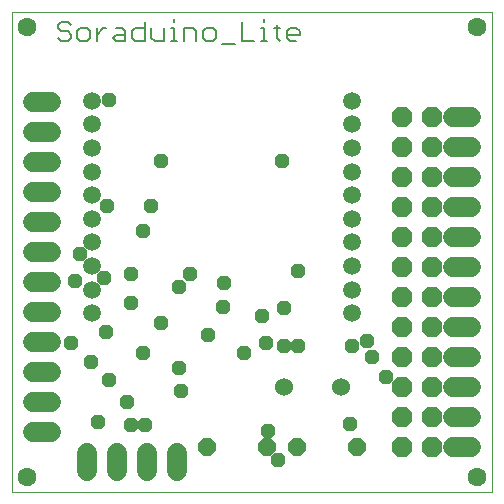
<source format=gbs>
G75*
G70*
%OFA0B0*%
%FSLAX24Y24*%
%IPPOS*%
%LPD*%
%AMOC8*
5,1,8,0,0,1.08239X$1,22.5*
%
%ADD10C,0.0000*%
%ADD11C,0.0631*%
%ADD12C,0.0060*%
%ADD13C,0.0600*%
%ADD14OC8,0.0600*%
%ADD15C,0.0595*%
%ADD16C,0.0680*%
%ADD17OC8,0.0680*%
%ADD18OC8,0.0480*%
D10*
X000417Y000150D02*
X000417Y016150D01*
X016417Y016150D01*
X016417Y000150D01*
X000417Y000150D01*
X000641Y000650D02*
X000643Y000683D01*
X000649Y000715D01*
X000658Y000746D01*
X000671Y000776D01*
X000688Y000804D01*
X000708Y000830D01*
X000731Y000854D01*
X000756Y000874D01*
X000784Y000892D01*
X000813Y000906D01*
X000844Y000916D01*
X000876Y000923D01*
X000909Y000926D01*
X000942Y000925D01*
X000974Y000920D01*
X001005Y000911D01*
X001036Y000899D01*
X001064Y000883D01*
X001091Y000864D01*
X001115Y000842D01*
X001136Y000817D01*
X001155Y000790D01*
X001170Y000761D01*
X001181Y000731D01*
X001189Y000699D01*
X001193Y000666D01*
X001193Y000634D01*
X001189Y000601D01*
X001181Y000569D01*
X001170Y000539D01*
X001155Y000510D01*
X001136Y000483D01*
X001115Y000458D01*
X001091Y000436D01*
X001064Y000417D01*
X001036Y000401D01*
X001005Y000389D01*
X000974Y000380D01*
X000942Y000375D01*
X000909Y000374D01*
X000876Y000377D01*
X000844Y000384D01*
X000813Y000394D01*
X000784Y000408D01*
X000756Y000426D01*
X000731Y000446D01*
X000708Y000470D01*
X000688Y000496D01*
X000671Y000524D01*
X000658Y000554D01*
X000649Y000585D01*
X000643Y000617D01*
X000641Y000650D01*
X015641Y000650D02*
X015643Y000683D01*
X015649Y000715D01*
X015658Y000746D01*
X015671Y000776D01*
X015688Y000804D01*
X015708Y000830D01*
X015731Y000854D01*
X015756Y000874D01*
X015784Y000892D01*
X015813Y000906D01*
X015844Y000916D01*
X015876Y000923D01*
X015909Y000926D01*
X015942Y000925D01*
X015974Y000920D01*
X016005Y000911D01*
X016036Y000899D01*
X016064Y000883D01*
X016091Y000864D01*
X016115Y000842D01*
X016136Y000817D01*
X016155Y000790D01*
X016170Y000761D01*
X016181Y000731D01*
X016189Y000699D01*
X016193Y000666D01*
X016193Y000634D01*
X016189Y000601D01*
X016181Y000569D01*
X016170Y000539D01*
X016155Y000510D01*
X016136Y000483D01*
X016115Y000458D01*
X016091Y000436D01*
X016064Y000417D01*
X016036Y000401D01*
X016005Y000389D01*
X015974Y000380D01*
X015942Y000375D01*
X015909Y000374D01*
X015876Y000377D01*
X015844Y000384D01*
X015813Y000394D01*
X015784Y000408D01*
X015756Y000426D01*
X015731Y000446D01*
X015708Y000470D01*
X015688Y000496D01*
X015671Y000524D01*
X015658Y000554D01*
X015649Y000585D01*
X015643Y000617D01*
X015641Y000650D01*
X015641Y015650D02*
X015643Y015683D01*
X015649Y015715D01*
X015658Y015746D01*
X015671Y015776D01*
X015688Y015804D01*
X015708Y015830D01*
X015731Y015854D01*
X015756Y015874D01*
X015784Y015892D01*
X015813Y015906D01*
X015844Y015916D01*
X015876Y015923D01*
X015909Y015926D01*
X015942Y015925D01*
X015974Y015920D01*
X016005Y015911D01*
X016036Y015899D01*
X016064Y015883D01*
X016091Y015864D01*
X016115Y015842D01*
X016136Y015817D01*
X016155Y015790D01*
X016170Y015761D01*
X016181Y015731D01*
X016189Y015699D01*
X016193Y015666D01*
X016193Y015634D01*
X016189Y015601D01*
X016181Y015569D01*
X016170Y015539D01*
X016155Y015510D01*
X016136Y015483D01*
X016115Y015458D01*
X016091Y015436D01*
X016064Y015417D01*
X016036Y015401D01*
X016005Y015389D01*
X015974Y015380D01*
X015942Y015375D01*
X015909Y015374D01*
X015876Y015377D01*
X015844Y015384D01*
X015813Y015394D01*
X015784Y015408D01*
X015756Y015426D01*
X015731Y015446D01*
X015708Y015470D01*
X015688Y015496D01*
X015671Y015524D01*
X015658Y015554D01*
X015649Y015585D01*
X015643Y015617D01*
X015641Y015650D01*
X000641Y015650D02*
X000643Y015683D01*
X000649Y015715D01*
X000658Y015746D01*
X000671Y015776D01*
X000688Y015804D01*
X000708Y015830D01*
X000731Y015854D01*
X000756Y015874D01*
X000784Y015892D01*
X000813Y015906D01*
X000844Y015916D01*
X000876Y015923D01*
X000909Y015926D01*
X000942Y015925D01*
X000974Y015920D01*
X001005Y015911D01*
X001036Y015899D01*
X001064Y015883D01*
X001091Y015864D01*
X001115Y015842D01*
X001136Y015817D01*
X001155Y015790D01*
X001170Y015761D01*
X001181Y015731D01*
X001189Y015699D01*
X001193Y015666D01*
X001193Y015634D01*
X001189Y015601D01*
X001181Y015569D01*
X001170Y015539D01*
X001155Y015510D01*
X001136Y015483D01*
X001115Y015458D01*
X001091Y015436D01*
X001064Y015417D01*
X001036Y015401D01*
X001005Y015389D01*
X000974Y015380D01*
X000942Y015375D01*
X000909Y015374D01*
X000876Y015377D01*
X000844Y015384D01*
X000813Y015394D01*
X000784Y015408D01*
X000756Y015426D01*
X000731Y015446D01*
X000708Y015470D01*
X000688Y015496D01*
X000671Y015524D01*
X000658Y015554D01*
X000649Y015585D01*
X000643Y015617D01*
X000641Y015650D01*
D11*
X000917Y015650D03*
X015917Y015650D03*
X015917Y000650D03*
X000917Y000650D03*
D12*
X007425Y015073D02*
X007852Y015073D01*
X008070Y015180D02*
X008497Y015180D01*
X008714Y015180D02*
X008928Y015180D01*
X008821Y015180D02*
X008821Y015607D01*
X008714Y015607D01*
X008821Y015821D02*
X008821Y015927D01*
X009144Y015607D02*
X009358Y015607D01*
X009251Y015714D02*
X009251Y015287D01*
X009358Y015180D01*
X009574Y015287D02*
X009574Y015500D01*
X009681Y015607D01*
X009894Y015607D01*
X010001Y015500D01*
X010001Y015394D01*
X009574Y015394D01*
X009574Y015287D02*
X009681Y015180D01*
X009894Y015180D01*
X008070Y015180D02*
X008070Y015821D01*
X007208Y015500D02*
X007208Y015287D01*
X007101Y015180D01*
X006888Y015180D01*
X006781Y015287D01*
X006781Y015500D01*
X006888Y015607D01*
X007101Y015607D01*
X007208Y015500D01*
X006563Y015500D02*
X006563Y015180D01*
X006563Y015500D02*
X006457Y015607D01*
X006136Y015607D01*
X006136Y015180D01*
X005920Y015180D02*
X005707Y015180D01*
X005813Y015180D02*
X005813Y015607D01*
X005707Y015607D01*
X005489Y015607D02*
X005489Y015180D01*
X005169Y015180D01*
X005062Y015287D01*
X005062Y015607D01*
X004844Y015607D02*
X004524Y015607D01*
X004417Y015500D01*
X004417Y015287D01*
X004524Y015180D01*
X004844Y015180D01*
X004844Y015821D01*
X004200Y015500D02*
X004200Y015180D01*
X003880Y015180D01*
X003773Y015287D01*
X003880Y015394D01*
X004200Y015394D01*
X004200Y015500D02*
X004093Y015607D01*
X003880Y015607D01*
X003556Y015607D02*
X003449Y015607D01*
X003236Y015394D01*
X003236Y015607D02*
X003236Y015180D01*
X003018Y015287D02*
X003018Y015500D01*
X002911Y015607D01*
X002698Y015607D01*
X002591Y015500D01*
X002591Y015287D01*
X002698Y015180D01*
X002911Y015180D01*
X003018Y015287D01*
X002374Y015287D02*
X002267Y015180D01*
X002053Y015180D01*
X001947Y015287D01*
X002053Y015500D02*
X001947Y015607D01*
X001947Y015714D01*
X002053Y015821D01*
X002267Y015821D01*
X002374Y015714D01*
X002267Y015500D02*
X002374Y015394D01*
X002374Y015287D01*
X002267Y015500D02*
X002053Y015500D01*
X005813Y015821D02*
X005813Y015927D01*
D13*
X009467Y003650D03*
X011367Y003650D03*
D14*
X011917Y001650D03*
X009917Y001650D03*
X008917Y001650D03*
X006917Y001650D03*
D15*
X003086Y006107D03*
X003086Y006894D03*
X003086Y007681D03*
X003086Y008469D03*
X003086Y009256D03*
X003086Y010044D03*
X003086Y010831D03*
X003086Y011619D03*
X003086Y012406D03*
X003086Y013193D03*
X011747Y013193D03*
X011747Y012406D03*
X011747Y011619D03*
X011747Y010831D03*
X011747Y010044D03*
X011747Y009256D03*
X011747Y008469D03*
X011747Y007681D03*
X011747Y006894D03*
X011747Y006107D03*
D16*
X015117Y005650D02*
X015717Y005650D01*
X015717Y004650D02*
X015117Y004650D01*
X015117Y003650D02*
X015717Y003650D01*
X015717Y002650D02*
X015117Y002650D01*
X015117Y001650D02*
X015717Y001650D01*
X015717Y006650D02*
X015117Y006650D01*
X015117Y007650D02*
X015717Y007650D01*
X015717Y008650D02*
X015117Y008650D01*
X015117Y009650D02*
X015717Y009650D01*
X015717Y010650D02*
X015117Y010650D01*
X015117Y011650D02*
X015717Y011650D01*
X015717Y012650D02*
X015117Y012650D01*
X005917Y001450D02*
X005917Y000850D01*
X004917Y000850D02*
X004917Y001450D01*
X003917Y001450D02*
X003917Y000850D01*
X002917Y000850D02*
X002917Y001450D01*
X001717Y002150D02*
X001117Y002150D01*
X001117Y003150D02*
X001717Y003150D01*
X001717Y004150D02*
X001117Y004150D01*
X001117Y005150D02*
X001717Y005150D01*
X001717Y006150D02*
X001117Y006150D01*
X001117Y007150D02*
X001717Y007150D01*
X001717Y008150D02*
X001117Y008150D01*
X001117Y009150D02*
X001717Y009150D01*
X001717Y010150D02*
X001117Y010150D01*
X001117Y011150D02*
X001717Y011150D01*
X001717Y012150D02*
X001117Y012150D01*
X001117Y013150D02*
X001717Y013150D01*
D17*
X013417Y012650D03*
X014417Y012650D03*
X014417Y011650D03*
X014417Y010650D03*
X014417Y009650D03*
X014417Y008650D03*
X013417Y008650D03*
X013417Y009650D03*
X013417Y010650D03*
X013417Y011650D03*
X013417Y007650D03*
X014417Y007650D03*
X014417Y006650D03*
X014417Y005650D03*
X014417Y004650D03*
X014417Y003650D03*
X014417Y002650D03*
X014417Y001650D03*
X013417Y001650D03*
X013417Y002650D03*
X013417Y003650D03*
X013417Y004650D03*
X013417Y005650D03*
X013417Y006650D03*
D18*
X012237Y005190D03*
X011757Y005010D03*
X012417Y004650D03*
X012897Y003990D03*
X011697Y002430D03*
X009297Y001230D03*
X008937Y002190D03*
X008157Y004770D03*
X008877Y005130D03*
X009477Y005010D03*
X009957Y005010D03*
X009477Y006270D03*
X008757Y006030D03*
X007437Y006330D03*
X007497Y007110D03*
X006357Y007410D03*
X005997Y006990D03*
X005397Y005790D03*
X004797Y004770D03*
X005997Y004290D03*
X006057Y003510D03*
X004857Y002370D03*
X004377Y002370D03*
X004257Y003150D03*
X003657Y003870D03*
X003057Y004470D03*
X002397Y005130D03*
X003537Y005490D03*
X004377Y006450D03*
X003477Y007290D03*
X004377Y007410D03*
X004797Y008850D03*
X005037Y009690D03*
X003597Y009690D03*
X002697Y008070D03*
X002517Y007170D03*
X005397Y011190D03*
X003657Y013230D03*
X009417Y011190D03*
X009957Y007530D03*
X006957Y005370D03*
X003297Y002490D03*
M02*

</source>
